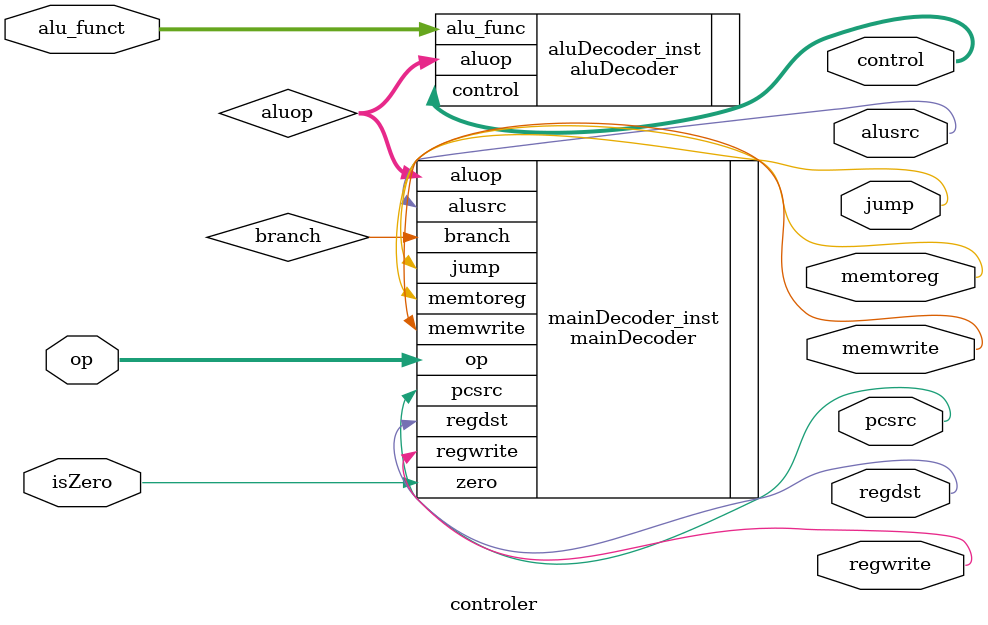
<source format=v>
`timescale 1ns/1ps

module controler(
    input [5:0]op,alu_funct,
    input isZero,

    output  memtoreg,//写寄存器的结果来自mem还是alu
    output  memwrite,//是否写存储
    output  pcsrc,//下一个PC的值是PC+4还是跳转后的地址0表示src，1表示跳转——由branch
    output  alusrc,//aluB的源操作数是立即数还是寄存器读出的0表示寄存器1表示立即数
    output  regdst,//写入寄存器堆的地址是rt还是rd,0是rt，1是rd
    output  regwrite,//是否写寄存器
    output  jump,//是否是无跳转指令
    output  [2:0]control
);
    wire [1:0]aluop;
    wire branch;

    mainDecoder  mainDecoder_inst (
        .op(op),
        .zero(isZero),
        .memtoreg(memtoreg),
        .memwrite(memwrite),
        .pcsrc(pcsrc),
        .alusrc(alusrc),
        .regdst(regdst),
        .regwrite(regwrite),
        .branch(branch),
        .jump(jump),
        .aluop(aluop)
    );

    aluDecoder  aluDecoder_inst (
        .aluop(aluop),
        .alu_func(alu_funct),
        .control(control)
    );
endmodule
</source>
